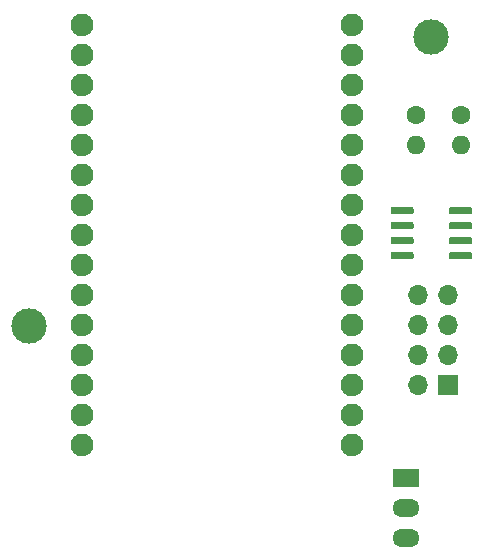
<source format=gbs>
G04 #@! TF.GenerationSoftware,KiCad,Pcbnew,(5.1.5-0-10_14)*
G04 #@! TF.CreationDate,2020-03-02T13:53:31+01:00*
G04 #@! TF.ProjectId,ithowifi,6974686f-7769-4666-992e-6b696361645f,rev?*
G04 #@! TF.SameCoordinates,Original*
G04 #@! TF.FileFunction,Soldermask,Bot*
G04 #@! TF.FilePolarity,Negative*
%FSLAX46Y46*%
G04 Gerber Fmt 4.6, Leading zero omitted, Abs format (unit mm)*
G04 Created by KiCad (PCBNEW (5.1.5-0-10_14)) date 2020-03-02 13:53:31*
%MOMM*%
%LPD*%
G04 APERTURE LIST*
%ADD10R,1.700000X1.700000*%
%ADD11O,1.700000X1.700000*%
%ADD12C,1.930400*%
%ADD13C,3.000000*%
%ADD14C,0.100000*%
%ADD15O,2.300000X1.500000*%
%ADD16R,2.300000X1.500000*%
%ADD17O,1.600000X1.600000*%
%ADD18C,1.600000*%
G04 APERTURE END LIST*
D10*
X122047000Y-137795000D03*
D11*
X119507000Y-137795000D03*
X122047000Y-135255000D03*
X119507000Y-135255000D03*
X122047000Y-132715000D03*
X119507000Y-132715000D03*
X122047000Y-130175000D03*
X119507000Y-130175000D03*
D12*
X91059000Y-107315000D03*
X91059000Y-109855000D03*
X91059000Y-112395000D03*
X91059000Y-114935000D03*
X91059000Y-117475000D03*
X91059000Y-120015000D03*
X91059000Y-122555000D03*
X91059000Y-125095000D03*
X91059000Y-127635000D03*
X91059000Y-130175000D03*
X91059000Y-132715000D03*
X91059000Y-135255000D03*
X91059000Y-137795000D03*
X91059000Y-140335000D03*
X91059000Y-142875000D03*
X113919000Y-107315000D03*
X113919000Y-109855000D03*
X113919000Y-112395000D03*
X113919000Y-114935000D03*
X113919000Y-117475000D03*
X113919000Y-120015000D03*
X113919000Y-122555000D03*
X113919000Y-125095000D03*
X113919000Y-127635000D03*
X113919000Y-130175000D03*
X113919000Y-132715000D03*
X113919000Y-135255000D03*
X113919000Y-137795000D03*
X113919000Y-140335000D03*
X113919000Y-142875000D03*
D13*
X120650000Y-108331000D03*
X86614000Y-132842000D03*
D14*
G36*
X119014703Y-122763722D02*
G01*
X119029264Y-122765882D01*
X119043543Y-122769459D01*
X119057403Y-122774418D01*
X119070710Y-122780712D01*
X119083336Y-122788280D01*
X119095159Y-122797048D01*
X119106066Y-122806934D01*
X119115952Y-122817841D01*
X119124720Y-122829664D01*
X119132288Y-122842290D01*
X119138582Y-122855597D01*
X119143541Y-122869457D01*
X119147118Y-122883736D01*
X119149278Y-122898297D01*
X119150000Y-122913000D01*
X119150000Y-123213000D01*
X119149278Y-123227703D01*
X119147118Y-123242264D01*
X119143541Y-123256543D01*
X119138582Y-123270403D01*
X119132288Y-123283710D01*
X119124720Y-123296336D01*
X119115952Y-123308159D01*
X119106066Y-123319066D01*
X119095159Y-123328952D01*
X119083336Y-123337720D01*
X119070710Y-123345288D01*
X119057403Y-123351582D01*
X119043543Y-123356541D01*
X119029264Y-123360118D01*
X119014703Y-123362278D01*
X119000000Y-123363000D01*
X117350000Y-123363000D01*
X117335297Y-123362278D01*
X117320736Y-123360118D01*
X117306457Y-123356541D01*
X117292597Y-123351582D01*
X117279290Y-123345288D01*
X117266664Y-123337720D01*
X117254841Y-123328952D01*
X117243934Y-123319066D01*
X117234048Y-123308159D01*
X117225280Y-123296336D01*
X117217712Y-123283710D01*
X117211418Y-123270403D01*
X117206459Y-123256543D01*
X117202882Y-123242264D01*
X117200722Y-123227703D01*
X117200000Y-123213000D01*
X117200000Y-122913000D01*
X117200722Y-122898297D01*
X117202882Y-122883736D01*
X117206459Y-122869457D01*
X117211418Y-122855597D01*
X117217712Y-122842290D01*
X117225280Y-122829664D01*
X117234048Y-122817841D01*
X117243934Y-122806934D01*
X117254841Y-122797048D01*
X117266664Y-122788280D01*
X117279290Y-122780712D01*
X117292597Y-122774418D01*
X117306457Y-122769459D01*
X117320736Y-122765882D01*
X117335297Y-122763722D01*
X117350000Y-122763000D01*
X119000000Y-122763000D01*
X119014703Y-122763722D01*
G37*
G36*
X119014703Y-124033722D02*
G01*
X119029264Y-124035882D01*
X119043543Y-124039459D01*
X119057403Y-124044418D01*
X119070710Y-124050712D01*
X119083336Y-124058280D01*
X119095159Y-124067048D01*
X119106066Y-124076934D01*
X119115952Y-124087841D01*
X119124720Y-124099664D01*
X119132288Y-124112290D01*
X119138582Y-124125597D01*
X119143541Y-124139457D01*
X119147118Y-124153736D01*
X119149278Y-124168297D01*
X119150000Y-124183000D01*
X119150000Y-124483000D01*
X119149278Y-124497703D01*
X119147118Y-124512264D01*
X119143541Y-124526543D01*
X119138582Y-124540403D01*
X119132288Y-124553710D01*
X119124720Y-124566336D01*
X119115952Y-124578159D01*
X119106066Y-124589066D01*
X119095159Y-124598952D01*
X119083336Y-124607720D01*
X119070710Y-124615288D01*
X119057403Y-124621582D01*
X119043543Y-124626541D01*
X119029264Y-124630118D01*
X119014703Y-124632278D01*
X119000000Y-124633000D01*
X117350000Y-124633000D01*
X117335297Y-124632278D01*
X117320736Y-124630118D01*
X117306457Y-124626541D01*
X117292597Y-124621582D01*
X117279290Y-124615288D01*
X117266664Y-124607720D01*
X117254841Y-124598952D01*
X117243934Y-124589066D01*
X117234048Y-124578159D01*
X117225280Y-124566336D01*
X117217712Y-124553710D01*
X117211418Y-124540403D01*
X117206459Y-124526543D01*
X117202882Y-124512264D01*
X117200722Y-124497703D01*
X117200000Y-124483000D01*
X117200000Y-124183000D01*
X117200722Y-124168297D01*
X117202882Y-124153736D01*
X117206459Y-124139457D01*
X117211418Y-124125597D01*
X117217712Y-124112290D01*
X117225280Y-124099664D01*
X117234048Y-124087841D01*
X117243934Y-124076934D01*
X117254841Y-124067048D01*
X117266664Y-124058280D01*
X117279290Y-124050712D01*
X117292597Y-124044418D01*
X117306457Y-124039459D01*
X117320736Y-124035882D01*
X117335297Y-124033722D01*
X117350000Y-124033000D01*
X119000000Y-124033000D01*
X119014703Y-124033722D01*
G37*
G36*
X119014703Y-125303722D02*
G01*
X119029264Y-125305882D01*
X119043543Y-125309459D01*
X119057403Y-125314418D01*
X119070710Y-125320712D01*
X119083336Y-125328280D01*
X119095159Y-125337048D01*
X119106066Y-125346934D01*
X119115952Y-125357841D01*
X119124720Y-125369664D01*
X119132288Y-125382290D01*
X119138582Y-125395597D01*
X119143541Y-125409457D01*
X119147118Y-125423736D01*
X119149278Y-125438297D01*
X119150000Y-125453000D01*
X119150000Y-125753000D01*
X119149278Y-125767703D01*
X119147118Y-125782264D01*
X119143541Y-125796543D01*
X119138582Y-125810403D01*
X119132288Y-125823710D01*
X119124720Y-125836336D01*
X119115952Y-125848159D01*
X119106066Y-125859066D01*
X119095159Y-125868952D01*
X119083336Y-125877720D01*
X119070710Y-125885288D01*
X119057403Y-125891582D01*
X119043543Y-125896541D01*
X119029264Y-125900118D01*
X119014703Y-125902278D01*
X119000000Y-125903000D01*
X117350000Y-125903000D01*
X117335297Y-125902278D01*
X117320736Y-125900118D01*
X117306457Y-125896541D01*
X117292597Y-125891582D01*
X117279290Y-125885288D01*
X117266664Y-125877720D01*
X117254841Y-125868952D01*
X117243934Y-125859066D01*
X117234048Y-125848159D01*
X117225280Y-125836336D01*
X117217712Y-125823710D01*
X117211418Y-125810403D01*
X117206459Y-125796543D01*
X117202882Y-125782264D01*
X117200722Y-125767703D01*
X117200000Y-125753000D01*
X117200000Y-125453000D01*
X117200722Y-125438297D01*
X117202882Y-125423736D01*
X117206459Y-125409457D01*
X117211418Y-125395597D01*
X117217712Y-125382290D01*
X117225280Y-125369664D01*
X117234048Y-125357841D01*
X117243934Y-125346934D01*
X117254841Y-125337048D01*
X117266664Y-125328280D01*
X117279290Y-125320712D01*
X117292597Y-125314418D01*
X117306457Y-125309459D01*
X117320736Y-125305882D01*
X117335297Y-125303722D01*
X117350000Y-125303000D01*
X119000000Y-125303000D01*
X119014703Y-125303722D01*
G37*
G36*
X119014703Y-126573722D02*
G01*
X119029264Y-126575882D01*
X119043543Y-126579459D01*
X119057403Y-126584418D01*
X119070710Y-126590712D01*
X119083336Y-126598280D01*
X119095159Y-126607048D01*
X119106066Y-126616934D01*
X119115952Y-126627841D01*
X119124720Y-126639664D01*
X119132288Y-126652290D01*
X119138582Y-126665597D01*
X119143541Y-126679457D01*
X119147118Y-126693736D01*
X119149278Y-126708297D01*
X119150000Y-126723000D01*
X119150000Y-127023000D01*
X119149278Y-127037703D01*
X119147118Y-127052264D01*
X119143541Y-127066543D01*
X119138582Y-127080403D01*
X119132288Y-127093710D01*
X119124720Y-127106336D01*
X119115952Y-127118159D01*
X119106066Y-127129066D01*
X119095159Y-127138952D01*
X119083336Y-127147720D01*
X119070710Y-127155288D01*
X119057403Y-127161582D01*
X119043543Y-127166541D01*
X119029264Y-127170118D01*
X119014703Y-127172278D01*
X119000000Y-127173000D01*
X117350000Y-127173000D01*
X117335297Y-127172278D01*
X117320736Y-127170118D01*
X117306457Y-127166541D01*
X117292597Y-127161582D01*
X117279290Y-127155288D01*
X117266664Y-127147720D01*
X117254841Y-127138952D01*
X117243934Y-127129066D01*
X117234048Y-127118159D01*
X117225280Y-127106336D01*
X117217712Y-127093710D01*
X117211418Y-127080403D01*
X117206459Y-127066543D01*
X117202882Y-127052264D01*
X117200722Y-127037703D01*
X117200000Y-127023000D01*
X117200000Y-126723000D01*
X117200722Y-126708297D01*
X117202882Y-126693736D01*
X117206459Y-126679457D01*
X117211418Y-126665597D01*
X117217712Y-126652290D01*
X117225280Y-126639664D01*
X117234048Y-126627841D01*
X117243934Y-126616934D01*
X117254841Y-126607048D01*
X117266664Y-126598280D01*
X117279290Y-126590712D01*
X117292597Y-126584418D01*
X117306457Y-126579459D01*
X117320736Y-126575882D01*
X117335297Y-126573722D01*
X117350000Y-126573000D01*
X119000000Y-126573000D01*
X119014703Y-126573722D01*
G37*
G36*
X123964703Y-126573722D02*
G01*
X123979264Y-126575882D01*
X123993543Y-126579459D01*
X124007403Y-126584418D01*
X124020710Y-126590712D01*
X124033336Y-126598280D01*
X124045159Y-126607048D01*
X124056066Y-126616934D01*
X124065952Y-126627841D01*
X124074720Y-126639664D01*
X124082288Y-126652290D01*
X124088582Y-126665597D01*
X124093541Y-126679457D01*
X124097118Y-126693736D01*
X124099278Y-126708297D01*
X124100000Y-126723000D01*
X124100000Y-127023000D01*
X124099278Y-127037703D01*
X124097118Y-127052264D01*
X124093541Y-127066543D01*
X124088582Y-127080403D01*
X124082288Y-127093710D01*
X124074720Y-127106336D01*
X124065952Y-127118159D01*
X124056066Y-127129066D01*
X124045159Y-127138952D01*
X124033336Y-127147720D01*
X124020710Y-127155288D01*
X124007403Y-127161582D01*
X123993543Y-127166541D01*
X123979264Y-127170118D01*
X123964703Y-127172278D01*
X123950000Y-127173000D01*
X122300000Y-127173000D01*
X122285297Y-127172278D01*
X122270736Y-127170118D01*
X122256457Y-127166541D01*
X122242597Y-127161582D01*
X122229290Y-127155288D01*
X122216664Y-127147720D01*
X122204841Y-127138952D01*
X122193934Y-127129066D01*
X122184048Y-127118159D01*
X122175280Y-127106336D01*
X122167712Y-127093710D01*
X122161418Y-127080403D01*
X122156459Y-127066543D01*
X122152882Y-127052264D01*
X122150722Y-127037703D01*
X122150000Y-127023000D01*
X122150000Y-126723000D01*
X122150722Y-126708297D01*
X122152882Y-126693736D01*
X122156459Y-126679457D01*
X122161418Y-126665597D01*
X122167712Y-126652290D01*
X122175280Y-126639664D01*
X122184048Y-126627841D01*
X122193934Y-126616934D01*
X122204841Y-126607048D01*
X122216664Y-126598280D01*
X122229290Y-126590712D01*
X122242597Y-126584418D01*
X122256457Y-126579459D01*
X122270736Y-126575882D01*
X122285297Y-126573722D01*
X122300000Y-126573000D01*
X123950000Y-126573000D01*
X123964703Y-126573722D01*
G37*
G36*
X123964703Y-125303722D02*
G01*
X123979264Y-125305882D01*
X123993543Y-125309459D01*
X124007403Y-125314418D01*
X124020710Y-125320712D01*
X124033336Y-125328280D01*
X124045159Y-125337048D01*
X124056066Y-125346934D01*
X124065952Y-125357841D01*
X124074720Y-125369664D01*
X124082288Y-125382290D01*
X124088582Y-125395597D01*
X124093541Y-125409457D01*
X124097118Y-125423736D01*
X124099278Y-125438297D01*
X124100000Y-125453000D01*
X124100000Y-125753000D01*
X124099278Y-125767703D01*
X124097118Y-125782264D01*
X124093541Y-125796543D01*
X124088582Y-125810403D01*
X124082288Y-125823710D01*
X124074720Y-125836336D01*
X124065952Y-125848159D01*
X124056066Y-125859066D01*
X124045159Y-125868952D01*
X124033336Y-125877720D01*
X124020710Y-125885288D01*
X124007403Y-125891582D01*
X123993543Y-125896541D01*
X123979264Y-125900118D01*
X123964703Y-125902278D01*
X123950000Y-125903000D01*
X122300000Y-125903000D01*
X122285297Y-125902278D01*
X122270736Y-125900118D01*
X122256457Y-125896541D01*
X122242597Y-125891582D01*
X122229290Y-125885288D01*
X122216664Y-125877720D01*
X122204841Y-125868952D01*
X122193934Y-125859066D01*
X122184048Y-125848159D01*
X122175280Y-125836336D01*
X122167712Y-125823710D01*
X122161418Y-125810403D01*
X122156459Y-125796543D01*
X122152882Y-125782264D01*
X122150722Y-125767703D01*
X122150000Y-125753000D01*
X122150000Y-125453000D01*
X122150722Y-125438297D01*
X122152882Y-125423736D01*
X122156459Y-125409457D01*
X122161418Y-125395597D01*
X122167712Y-125382290D01*
X122175280Y-125369664D01*
X122184048Y-125357841D01*
X122193934Y-125346934D01*
X122204841Y-125337048D01*
X122216664Y-125328280D01*
X122229290Y-125320712D01*
X122242597Y-125314418D01*
X122256457Y-125309459D01*
X122270736Y-125305882D01*
X122285297Y-125303722D01*
X122300000Y-125303000D01*
X123950000Y-125303000D01*
X123964703Y-125303722D01*
G37*
G36*
X123964703Y-124033722D02*
G01*
X123979264Y-124035882D01*
X123993543Y-124039459D01*
X124007403Y-124044418D01*
X124020710Y-124050712D01*
X124033336Y-124058280D01*
X124045159Y-124067048D01*
X124056066Y-124076934D01*
X124065952Y-124087841D01*
X124074720Y-124099664D01*
X124082288Y-124112290D01*
X124088582Y-124125597D01*
X124093541Y-124139457D01*
X124097118Y-124153736D01*
X124099278Y-124168297D01*
X124100000Y-124183000D01*
X124100000Y-124483000D01*
X124099278Y-124497703D01*
X124097118Y-124512264D01*
X124093541Y-124526543D01*
X124088582Y-124540403D01*
X124082288Y-124553710D01*
X124074720Y-124566336D01*
X124065952Y-124578159D01*
X124056066Y-124589066D01*
X124045159Y-124598952D01*
X124033336Y-124607720D01*
X124020710Y-124615288D01*
X124007403Y-124621582D01*
X123993543Y-124626541D01*
X123979264Y-124630118D01*
X123964703Y-124632278D01*
X123950000Y-124633000D01*
X122300000Y-124633000D01*
X122285297Y-124632278D01*
X122270736Y-124630118D01*
X122256457Y-124626541D01*
X122242597Y-124621582D01*
X122229290Y-124615288D01*
X122216664Y-124607720D01*
X122204841Y-124598952D01*
X122193934Y-124589066D01*
X122184048Y-124578159D01*
X122175280Y-124566336D01*
X122167712Y-124553710D01*
X122161418Y-124540403D01*
X122156459Y-124526543D01*
X122152882Y-124512264D01*
X122150722Y-124497703D01*
X122150000Y-124483000D01*
X122150000Y-124183000D01*
X122150722Y-124168297D01*
X122152882Y-124153736D01*
X122156459Y-124139457D01*
X122161418Y-124125597D01*
X122167712Y-124112290D01*
X122175280Y-124099664D01*
X122184048Y-124087841D01*
X122193934Y-124076934D01*
X122204841Y-124067048D01*
X122216664Y-124058280D01*
X122229290Y-124050712D01*
X122242597Y-124044418D01*
X122256457Y-124039459D01*
X122270736Y-124035882D01*
X122285297Y-124033722D01*
X122300000Y-124033000D01*
X123950000Y-124033000D01*
X123964703Y-124033722D01*
G37*
G36*
X123964703Y-122763722D02*
G01*
X123979264Y-122765882D01*
X123993543Y-122769459D01*
X124007403Y-122774418D01*
X124020710Y-122780712D01*
X124033336Y-122788280D01*
X124045159Y-122797048D01*
X124056066Y-122806934D01*
X124065952Y-122817841D01*
X124074720Y-122829664D01*
X124082288Y-122842290D01*
X124088582Y-122855597D01*
X124093541Y-122869457D01*
X124097118Y-122883736D01*
X124099278Y-122898297D01*
X124100000Y-122913000D01*
X124100000Y-123213000D01*
X124099278Y-123227703D01*
X124097118Y-123242264D01*
X124093541Y-123256543D01*
X124088582Y-123270403D01*
X124082288Y-123283710D01*
X124074720Y-123296336D01*
X124065952Y-123308159D01*
X124056066Y-123319066D01*
X124045159Y-123328952D01*
X124033336Y-123337720D01*
X124020710Y-123345288D01*
X124007403Y-123351582D01*
X123993543Y-123356541D01*
X123979264Y-123360118D01*
X123964703Y-123362278D01*
X123950000Y-123363000D01*
X122300000Y-123363000D01*
X122285297Y-123362278D01*
X122270736Y-123360118D01*
X122256457Y-123356541D01*
X122242597Y-123351582D01*
X122229290Y-123345288D01*
X122216664Y-123337720D01*
X122204841Y-123328952D01*
X122193934Y-123319066D01*
X122184048Y-123308159D01*
X122175280Y-123296336D01*
X122167712Y-123283710D01*
X122161418Y-123270403D01*
X122156459Y-123256543D01*
X122152882Y-123242264D01*
X122150722Y-123227703D01*
X122150000Y-123213000D01*
X122150000Y-122913000D01*
X122150722Y-122898297D01*
X122152882Y-122883736D01*
X122156459Y-122869457D01*
X122161418Y-122855597D01*
X122167712Y-122842290D01*
X122175280Y-122829664D01*
X122184048Y-122817841D01*
X122193934Y-122806934D01*
X122204841Y-122797048D01*
X122216664Y-122788280D01*
X122229290Y-122780712D01*
X122242597Y-122774418D01*
X122256457Y-122769459D01*
X122270736Y-122765882D01*
X122285297Y-122763722D01*
X122300000Y-122763000D01*
X123950000Y-122763000D01*
X123964703Y-122763722D01*
G37*
D15*
X118491000Y-150749000D03*
X118491000Y-148209000D03*
D16*
X118491000Y-145669000D03*
D17*
X119380000Y-117475000D03*
D18*
X119380000Y-114935000D03*
D17*
X123190000Y-117475000D03*
D18*
X123190000Y-114935000D03*
M02*

</source>
